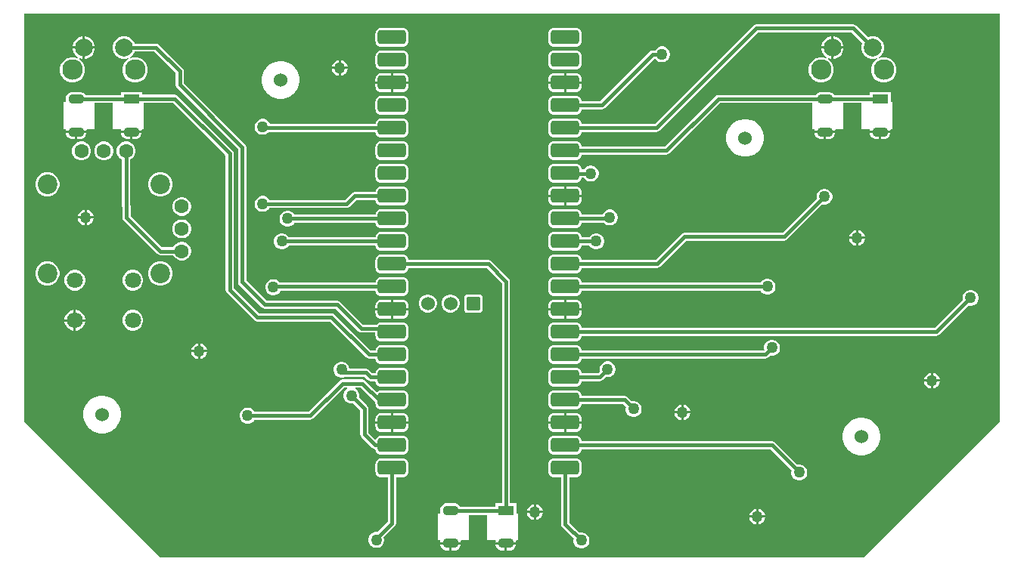
<source format=gbl>
G04*
G04 #@! TF.GenerationSoftware,Altium Limited,CircuitMaker,2.2.1 (2.2.1.6)*
G04*
G04 Layer_Physical_Order=2*
G04 Layer_Color=11436288*
%FSLAX25Y25*%
%MOIN*%
G70*
G04*
G04 #@! TF.SameCoordinates,AAD4B4F7-D1E0-42C2-89CD-4A0885FF1A0E*
G04*
G04*
G04 #@! TF.FilePolarity,Positive*
G04*
G01*
G75*
%ADD12C,0.01000*%
%ADD26R,0.07087X0.04331*%
%ADD27O,0.07087X0.04331*%
%ADD28C,0.01500*%
%ADD29C,0.06000*%
%ADD30C,0.07874*%
%ADD31C,0.09055*%
%ADD32C,0.08661*%
%ADD33C,0.07087*%
%ADD34C,0.06299*%
%ADD35C,0.05000*%
G04:AMPARAMS|DCode=36|XSize=60mil|YSize=60mil|CornerRadius=4.5mil|HoleSize=0mil|Usage=FLASHONLY|Rotation=180.000|XOffset=0mil|YOffset=0mil|HoleType=Round|Shape=RoundedRectangle|*
%AMROUNDEDRECTD36*
21,1,0.06000,0.05100,0,0,180.0*
21,1,0.05100,0.06000,0,0,180.0*
1,1,0.00900,-0.02550,0.02550*
1,1,0.00900,0.02550,0.02550*
1,1,0.00900,0.02550,-0.02550*
1,1,0.00900,-0.02550,-0.02550*
%
%ADD36ROUNDEDRECTD36*%
G04:AMPARAMS|DCode=37|XSize=125.98mil|YSize=62.99mil|CornerRadius=15.75mil|HoleSize=0mil|Usage=FLASHONLY|Rotation=180.000|XOffset=0mil|YOffset=0mil|HoleType=Round|Shape=RoundedRectangle|*
%AMROUNDEDRECTD37*
21,1,0.12598,0.03150,0,0,180.0*
21,1,0.09449,0.06299,0,0,180.0*
1,1,0.03150,-0.04724,0.01575*
1,1,0.03150,0.04724,0.01575*
1,1,0.03150,0.04724,-0.01575*
1,1,0.03150,-0.04724,-0.01575*
%
%ADD37ROUNDEDRECTD37*%
G36*
X445000Y115000D02*
X390000Y60000D01*
X385000Y55000D01*
X75000D01*
X15000Y115000D01*
Y295000D01*
X445000D01*
Y115000D01*
D02*
G37*
%LPC*%
G36*
X41792Y284937D02*
X41642D01*
Y280500D01*
X46079D01*
Y280650D01*
X45742Y281906D01*
X45092Y283031D01*
X44173Y283951D01*
X43047Y284601D01*
X41792Y284937D01*
D02*
G37*
G36*
X371792D02*
X371642D01*
Y280500D01*
X376079D01*
Y280650D01*
X375742Y281906D01*
X375092Y283031D01*
X374173Y283951D01*
X373047Y284601D01*
X371792Y284937D01*
D02*
G37*
G36*
X370642D02*
X370492D01*
X369236Y284601D01*
X368110Y283951D01*
X367191Y283031D01*
X366541Y281906D01*
X366205Y280650D01*
Y280500D01*
X370642D01*
Y284937D01*
D02*
G37*
G36*
X40642D02*
X40492D01*
X39236Y284601D01*
X38110Y283951D01*
X37191Y283031D01*
X36541Y281906D01*
X36205Y280650D01*
Y280500D01*
X40642D01*
Y284937D01*
D02*
G37*
G36*
X258024Y288672D02*
X248575D01*
X247903Y288583D01*
X247276Y288324D01*
X246738Y287911D01*
X246326Y287373D01*
X246066Y286747D01*
X245978Y286075D01*
Y282925D01*
X246066Y282253D01*
X246326Y281627D01*
X246738Y281089D01*
X247276Y280676D01*
X247903Y280417D01*
X248575Y280328D01*
X258024D01*
X258696Y280417D01*
X259322Y280676D01*
X259860Y281089D01*
X260273Y281627D01*
X260532Y282253D01*
X260621Y282925D01*
Y286075D01*
X260532Y286747D01*
X260273Y287373D01*
X259860Y287911D01*
X259322Y288324D01*
X258696Y288583D01*
X258024Y288672D01*
D02*
G37*
G36*
X181724D02*
X172276D01*
X171603Y288583D01*
X170977Y288324D01*
X170439Y287911D01*
X170027Y287373D01*
X169767Y286747D01*
X169679Y286075D01*
Y282925D01*
X169767Y282253D01*
X170027Y281627D01*
X170439Y281089D01*
X170977Y280676D01*
X171603Y280417D01*
X172276Y280328D01*
X181724D01*
X182397Y280417D01*
X183023Y280676D01*
X183561Y281089D01*
X183974Y281627D01*
X184233Y282253D01*
X184321Y282925D01*
Y286075D01*
X184233Y286747D01*
X183974Y287373D01*
X183561Y287911D01*
X183023Y288324D01*
X182397Y288583D01*
X181724Y288672D01*
D02*
G37*
G36*
X296461Y280500D02*
X295539D01*
X294649Y280261D01*
X293851Y279801D01*
X293199Y279149D01*
X292989Y278784D01*
X292000D01*
X292000Y278784D01*
X291317Y278648D01*
X290738Y278262D01*
X290738Y278262D01*
X268761Y256284D01*
X260593D01*
X260532Y256747D01*
X260273Y257373D01*
X259860Y257911D01*
X259322Y258324D01*
X258696Y258583D01*
X258024Y258672D01*
X248575D01*
X247903Y258583D01*
X247276Y258324D01*
X246738Y257911D01*
X246326Y257373D01*
X246066Y256747D01*
X245978Y256075D01*
Y252925D01*
X246066Y252253D01*
X246326Y251627D01*
X246738Y251089D01*
X247276Y250676D01*
X247903Y250417D01*
X248575Y250328D01*
X258024D01*
X258696Y250417D01*
X259322Y250676D01*
X259860Y251089D01*
X260273Y251627D01*
X260532Y252253D01*
X260593Y252716D01*
X269500D01*
X270183Y252852D01*
X270762Y253238D01*
X292548Y275025D01*
X293134Y274963D01*
X293199Y274851D01*
X293851Y274199D01*
X294649Y273739D01*
X295539Y273500D01*
X296461D01*
X297351Y273739D01*
X298149Y274199D01*
X298801Y274851D01*
X299261Y275649D01*
X299500Y276539D01*
Y277461D01*
X299261Y278351D01*
X298801Y279149D01*
X298149Y279801D01*
X297351Y280261D01*
X296461Y280500D01*
D02*
G37*
G36*
X370642Y279500D02*
X366205D01*
Y279350D01*
X366541Y278094D01*
X367191Y276969D01*
X368110Y276049D01*
X368573Y275782D01*
X368334Y275348D01*
X366929Y275724D01*
X365473D01*
X364067Y275348D01*
X362807Y274620D01*
X361778Y273591D01*
X361050Y272330D01*
X360673Y270925D01*
Y269469D01*
X361050Y268063D01*
X361778Y266803D01*
X362807Y265774D01*
X364067Y265046D01*
X365473Y264669D01*
X366929D01*
X368334Y265046D01*
X369595Y265774D01*
X370624Y266803D01*
X371352Y268063D01*
X371728Y269469D01*
Y270925D01*
X371352Y272330D01*
X370624Y273591D01*
X369595Y274620D01*
X368997Y274965D01*
X369236Y275399D01*
X370492Y275063D01*
X370642D01*
Y279500D01*
D02*
G37*
G36*
X40642D02*
X36205D01*
Y279350D01*
X36541Y278094D01*
X37191Y276969D01*
X38110Y276049D01*
X38573Y275782D01*
X38334Y275348D01*
X36928Y275724D01*
X35473D01*
X34067Y275348D01*
X32807Y274620D01*
X31778Y273591D01*
X31050Y272330D01*
X30673Y270925D01*
Y269469D01*
X31050Y268063D01*
X31778Y266803D01*
X32807Y265774D01*
X34067Y265046D01*
X35473Y264669D01*
X36928D01*
X38334Y265046D01*
X39595Y265774D01*
X40624Y266803D01*
X41352Y268063D01*
X41728Y269469D01*
Y270925D01*
X41352Y272330D01*
X40624Y273591D01*
X39595Y274620D01*
X38997Y274965D01*
X39236Y275399D01*
X40492Y275063D01*
X40642D01*
Y279500D01*
D02*
G37*
G36*
X376079D02*
X371642D01*
Y275063D01*
X371792D01*
X373047Y275399D01*
X374173Y276049D01*
X375092Y276969D01*
X375742Y278094D01*
X376079Y279350D01*
Y279500D01*
D02*
G37*
G36*
X46079D02*
X41642D01*
Y275063D01*
X41792D01*
X43047Y275399D01*
X44173Y276049D01*
X45092Y276969D01*
X45742Y278094D01*
X46079Y279350D01*
Y279500D01*
D02*
G37*
G36*
X154500Y274489D02*
Y271500D01*
X157490D01*
X157262Y272351D01*
X156801Y273149D01*
X156149Y273801D01*
X155351Y274261D01*
X154500Y274489D01*
D02*
G37*
G36*
X153500D02*
X152649Y274261D01*
X151851Y273801D01*
X151199Y273149D01*
X150739Y272351D01*
X150511Y271500D01*
X153500D01*
Y274489D01*
D02*
G37*
G36*
X258024Y278672D02*
X248575D01*
X247903Y278583D01*
X247276Y278324D01*
X246738Y277911D01*
X246326Y277373D01*
X246066Y276747D01*
X245978Y276075D01*
Y272925D01*
X246066Y272253D01*
X246326Y271627D01*
X246738Y271089D01*
X247276Y270676D01*
X247903Y270417D01*
X248575Y270328D01*
X258024D01*
X258696Y270417D01*
X259322Y270676D01*
X259860Y271089D01*
X260273Y271627D01*
X260532Y272253D01*
X260621Y272925D01*
Y276075D01*
X260532Y276747D01*
X260273Y277373D01*
X259860Y277911D01*
X259322Y278324D01*
X258696Y278583D01*
X258024Y278672D01*
D02*
G37*
G36*
X181724D02*
X172276D01*
X171603Y278583D01*
X170977Y278324D01*
X170439Y277911D01*
X170027Y277373D01*
X169767Y276747D01*
X169679Y276075D01*
Y272925D01*
X169767Y272253D01*
X170027Y271627D01*
X170439Y271089D01*
X170977Y270676D01*
X171603Y270417D01*
X172276Y270328D01*
X181724D01*
X182397Y270417D01*
X183023Y270676D01*
X183561Y271089D01*
X183974Y271627D01*
X184233Y272253D01*
X184321Y272925D01*
Y276075D01*
X184233Y276747D01*
X183974Y277373D01*
X183561Y277911D01*
X183023Y278324D01*
X182397Y278583D01*
X181724Y278672D01*
D02*
G37*
G36*
X157490Y270500D02*
X154500D01*
Y267511D01*
X155351Y267739D01*
X156149Y268199D01*
X156801Y268851D01*
X157262Y269649D01*
X157490Y270500D01*
D02*
G37*
G36*
X153500D02*
X150511D01*
X150739Y269649D01*
X151199Y268851D01*
X151851Y268199D01*
X152649Y267739D01*
X153500Y267511D01*
Y270500D01*
D02*
G37*
G36*
X181724Y268672D02*
X177500D01*
Y265000D01*
X184321D01*
Y266075D01*
X184233Y266747D01*
X183974Y267373D01*
X183561Y267911D01*
X183023Y268324D01*
X182397Y268583D01*
X181724Y268672D01*
D02*
G37*
G36*
X258024D02*
X253799D01*
Y265000D01*
X260621D01*
Y266075D01*
X260532Y266747D01*
X260273Y267373D01*
X259860Y267911D01*
X259322Y268324D01*
X258696Y268583D01*
X258024Y268672D01*
D02*
G37*
G36*
X252799D02*
X248575D01*
X247903Y268583D01*
X247276Y268324D01*
X246738Y267911D01*
X246326Y267373D01*
X246066Y266747D01*
X245978Y266075D01*
Y265000D01*
X252799D01*
Y268672D01*
D02*
G37*
G36*
X176500D02*
X172276D01*
X171603Y268583D01*
X170977Y268324D01*
X170439Y267911D01*
X170027Y267373D01*
X169767Y266747D01*
X169679Y266075D01*
Y265000D01*
X176500D01*
Y268672D01*
D02*
G37*
G36*
X337500Y290284D02*
X336817Y290148D01*
X336238Y289762D01*
X336238Y289762D01*
X292761Y246284D01*
X260593D01*
X260532Y246747D01*
X260273Y247373D01*
X259860Y247911D01*
X259322Y248324D01*
X258696Y248583D01*
X258024Y248672D01*
X248575D01*
X247903Y248583D01*
X247276Y248324D01*
X246738Y247911D01*
X246326Y247373D01*
X246066Y246747D01*
X245978Y246075D01*
Y242925D01*
X246066Y242253D01*
X246326Y241627D01*
X246738Y241089D01*
X247276Y240676D01*
X247903Y240417D01*
X248575Y240328D01*
X258024D01*
X258696Y240417D01*
X259322Y240676D01*
X259860Y241089D01*
X260273Y241627D01*
X260532Y242253D01*
X260593Y242716D01*
X293500D01*
X294183Y242851D01*
X294762Y243238D01*
X338239Y286716D01*
X379619D01*
X384320Y282014D01*
X384258Y281906D01*
X383921Y280650D01*
Y279350D01*
X384258Y278094D01*
X384908Y276969D01*
X385827Y276049D01*
X386953Y275399D01*
X388208Y275063D01*
X389508D01*
X390764Y275399D01*
X391003Y274965D01*
X390405Y274620D01*
X389376Y273591D01*
X388648Y272330D01*
X388272Y270925D01*
Y269469D01*
X388648Y268063D01*
X389376Y266803D01*
X390405Y265774D01*
X391666Y265046D01*
X393072Y264669D01*
X394527D01*
X395933Y265046D01*
X397193Y265774D01*
X398222Y266803D01*
X398950Y268063D01*
X399327Y269469D01*
Y270925D01*
X398950Y272330D01*
X398222Y273591D01*
X397193Y274620D01*
X395933Y275348D01*
X394527Y275724D01*
X393072D01*
X391666Y275348D01*
X391427Y275782D01*
X391890Y276049D01*
X392809Y276969D01*
X393459Y278094D01*
X393795Y279350D01*
Y280650D01*
X393459Y281906D01*
X392809Y283031D01*
X391890Y283951D01*
X390764Y284601D01*
X389508Y284937D01*
X388208D01*
X386953Y284601D01*
X386844Y284538D01*
X381620Y289762D01*
X381041Y290148D01*
X380358Y290284D01*
X337500D01*
X337500Y290284D01*
D02*
G37*
G36*
X260621Y264000D02*
X253799D01*
Y260328D01*
X258024D01*
X258696Y260417D01*
X259322Y260676D01*
X259860Y261089D01*
X260273Y261627D01*
X260532Y262253D01*
X260621Y262925D01*
Y264000D01*
D02*
G37*
G36*
X252799D02*
X245978D01*
Y262925D01*
X246066Y262253D01*
X246326Y261627D01*
X246738Y261089D01*
X247276Y260676D01*
X247903Y260417D01*
X248575Y260328D01*
X252799D01*
Y264000D01*
D02*
G37*
G36*
X184321D02*
X177500D01*
Y260328D01*
X181724D01*
X182397Y260417D01*
X183023Y260676D01*
X183561Y261089D01*
X183974Y261627D01*
X184233Y262253D01*
X184321Y262925D01*
Y264000D01*
D02*
G37*
G36*
X176500D02*
X169679D01*
Y262925D01*
X169767Y262253D01*
X170027Y261627D01*
X170439Y261089D01*
X170977Y260676D01*
X171603Y260417D01*
X172276Y260328D01*
X176500D01*
Y264000D01*
D02*
G37*
G36*
X128769Y274031D02*
X127137D01*
X125537Y273713D01*
X124029Y273089D01*
X122672Y272182D01*
X121519Y271028D01*
X120612Y269672D01*
X119988Y268164D01*
X119669Y266564D01*
Y264932D01*
X119988Y263332D01*
X120612Y261824D01*
X121519Y260468D01*
X122672Y259314D01*
X124029Y258407D01*
X125537Y257783D01*
X127137Y257465D01*
X128769D01*
X130369Y257783D01*
X131876Y258407D01*
X133233Y259314D01*
X134387Y260468D01*
X135293Y261824D01*
X135918Y263332D01*
X136236Y264932D01*
Y266564D01*
X135918Y268164D01*
X135293Y269672D01*
X134387Y271028D01*
X133233Y272182D01*
X131876Y273089D01*
X130369Y273713D01*
X128769Y274031D01*
D02*
G37*
G36*
X181724Y258672D02*
X172276D01*
X171603Y258583D01*
X170977Y258324D01*
X170439Y257911D01*
X170027Y257373D01*
X169767Y256747D01*
X169679Y256075D01*
Y252925D01*
X169767Y252253D01*
X170027Y251627D01*
X170439Y251089D01*
X170977Y250676D01*
X171603Y250417D01*
X172276Y250328D01*
X181724D01*
X182397Y250417D01*
X183023Y250676D01*
X183561Y251089D01*
X183974Y251627D01*
X184233Y252253D01*
X184321Y252925D01*
Y256075D01*
X184233Y256747D01*
X183974Y257373D01*
X183561Y257911D01*
X183023Y258324D01*
X182397Y258583D01*
X181724Y258672D01*
D02*
G37*
G36*
Y248672D02*
X172276D01*
X171603Y248583D01*
X170977Y248324D01*
X170439Y247911D01*
X170027Y247373D01*
X169767Y246747D01*
X169706Y246284D01*
X123279D01*
X123261Y246351D01*
X122801Y247149D01*
X122149Y247801D01*
X121351Y248261D01*
X120461Y248500D01*
X119539D01*
X118649Y248261D01*
X117851Y247801D01*
X117199Y247149D01*
X116738Y246351D01*
X116500Y245461D01*
Y244539D01*
X116738Y243649D01*
X117199Y242851D01*
X117851Y242199D01*
X118649Y241739D01*
X119539Y241500D01*
X120461D01*
X121351Y241739D01*
X122149Y242199D01*
X122666Y242716D01*
X169706D01*
X169767Y242253D01*
X170027Y241627D01*
X170439Y241089D01*
X170977Y240676D01*
X171603Y240417D01*
X172276Y240328D01*
X181724D01*
X182397Y240417D01*
X183023Y240676D01*
X183561Y241089D01*
X183974Y241627D01*
X184233Y242253D01*
X184321Y242925D01*
Y246075D01*
X184233Y246747D01*
X183974Y247373D01*
X183561Y247911D01*
X183023Y248324D01*
X182397Y248583D01*
X181724Y248672D01*
D02*
G37*
G36*
X369173Y260476D02*
X366417D01*
X365591Y260367D01*
X364821Y260048D01*
X364160Y259541D01*
X363797Y259068D01*
X320783D01*
X320101Y258932D01*
X319522Y258545D01*
X319522Y258545D01*
X297261Y236284D01*
X260593D01*
X260532Y236747D01*
X260273Y237373D01*
X259860Y237911D01*
X259322Y238324D01*
X258696Y238583D01*
X258024Y238672D01*
X248575D01*
X247903Y238583D01*
X247276Y238324D01*
X246738Y237911D01*
X246326Y237373D01*
X246066Y236747D01*
X245978Y236075D01*
Y232925D01*
X246066Y232253D01*
X246326Y231627D01*
X246738Y231089D01*
X247276Y230676D01*
X247903Y230417D01*
X248575Y230328D01*
X258024D01*
X258696Y230417D01*
X259322Y230676D01*
X259860Y231089D01*
X260273Y231627D01*
X260532Y232253D01*
X260593Y232716D01*
X298000D01*
X298683Y232852D01*
X299262Y233238D01*
X321522Y255499D01*
X362283D01*
Y244094D01*
X363112D01*
X363390Y243679D01*
X363333Y243543D01*
X363291Y243216D01*
X367795D01*
X372300D01*
X372257Y243543D01*
X372201Y243679D01*
X372479Y244094D01*
X376063D01*
Y255499D01*
X383937D01*
Y244094D01*
X387521D01*
X387799Y243679D01*
X387743Y243543D01*
X387700Y243216D01*
X392205D01*
X396709D01*
X396667Y243543D01*
X396610Y243679D01*
X396888Y244094D01*
X397716D01*
Y255906D01*
X396748D01*
Y260449D01*
X387661D01*
Y259068D01*
X371794D01*
X371431Y259541D01*
X370770Y260048D01*
X370000Y260367D01*
X369173Y260476D01*
D02*
G37*
G36*
X396709Y242216D02*
X392705D01*
Y239524D01*
X393583D01*
X394409Y239633D01*
X395179Y239952D01*
X395840Y240459D01*
X396348Y241120D01*
X396667Y241890D01*
X396709Y242216D01*
D02*
G37*
G36*
X391705D02*
X387700D01*
X387743Y241890D01*
X388062Y241120D01*
X388569Y240459D01*
X389230Y239952D01*
X390001Y239633D01*
X390827Y239524D01*
X391705D01*
Y242216D01*
D02*
G37*
G36*
X372300D02*
X368295D01*
Y239524D01*
X369173D01*
X370000Y239633D01*
X370770Y239952D01*
X371431Y240459D01*
X371938Y241120D01*
X372257Y241890D01*
X372300Y242216D01*
D02*
G37*
G36*
X367295D02*
X363291D01*
X363333Y241890D01*
X363652Y241120D01*
X364160Y240459D01*
X364821Y239952D01*
X365591Y239633D01*
X366417Y239524D01*
X367295D01*
Y242216D01*
D02*
G37*
G36*
X66710D02*
X62705D01*
Y239524D01*
X63583D01*
X64409Y239633D01*
X65179Y239952D01*
X65840Y240459D01*
X66348Y241120D01*
X66667Y241890D01*
X66710Y242216D01*
D02*
G37*
G36*
X61705D02*
X57700D01*
X57743Y241890D01*
X58062Y241120D01*
X58569Y240459D01*
X59230Y239952D01*
X60000Y239633D01*
X60827Y239524D01*
X61705D01*
Y242216D01*
D02*
G37*
G36*
X42300D02*
X38295D01*
Y239524D01*
X39173D01*
X39999Y239633D01*
X40769Y239952D01*
X41431Y240459D01*
X41938Y241120D01*
X42257Y241890D01*
X42300Y242216D01*
D02*
G37*
G36*
X37295D02*
X33290D01*
X33333Y241890D01*
X33652Y241120D01*
X34160Y240459D01*
X34821Y239952D01*
X35591Y239633D01*
X36417Y239524D01*
X37295D01*
Y242216D01*
D02*
G37*
G36*
X333493Y248441D02*
X331861D01*
X330261Y248123D01*
X328753Y247498D01*
X327397Y246592D01*
X326243Y245438D01*
X325337Y244081D01*
X324712Y242574D01*
X324394Y240973D01*
Y239342D01*
X324712Y237741D01*
X325337Y236234D01*
X326243Y234877D01*
X327397Y233723D01*
X328753Y232817D01*
X330261Y232192D01*
X331861Y231874D01*
X333493D01*
X335093Y232192D01*
X336601Y232817D01*
X337958Y233723D01*
X339111Y234877D01*
X340018Y236234D01*
X340642Y237741D01*
X340961Y239342D01*
Y240973D01*
X340642Y242574D01*
X340018Y244081D01*
X339111Y245438D01*
X337958Y246592D01*
X336601Y247498D01*
X335093Y248123D01*
X333493Y248441D01*
D02*
G37*
G36*
X181724Y238672D02*
X172276D01*
X171603Y238583D01*
X170977Y238324D01*
X170439Y237911D01*
X170027Y237373D01*
X169767Y236747D01*
X169679Y236075D01*
Y232925D01*
X169767Y232253D01*
X170027Y231627D01*
X170439Y231089D01*
X170977Y230676D01*
X171603Y230417D01*
X172276Y230328D01*
X181724D01*
X182397Y230417D01*
X183023Y230676D01*
X183561Y231089D01*
X183974Y231627D01*
X184233Y232253D01*
X184321Y232925D01*
Y236075D01*
X184233Y236747D01*
X183974Y237373D01*
X183561Y237911D01*
X183023Y238324D01*
X182397Y238583D01*
X181724Y238672D01*
D02*
G37*
G36*
X50546Y238520D02*
X49454D01*
X48398Y238237D01*
X47452Y237691D01*
X46679Y236918D01*
X46133Y235972D01*
X45850Y234916D01*
Y233824D01*
X46133Y232768D01*
X46679Y231822D01*
X47452Y231050D01*
X48398Y230503D01*
X49454Y230221D01*
X50546D01*
X51602Y230503D01*
X52548Y231050D01*
X53320Y231822D01*
X53867Y232768D01*
X54150Y233824D01*
Y234916D01*
X53867Y235972D01*
X53320Y236918D01*
X52548Y237691D01*
X51602Y238237D01*
X50546Y238520D01*
D02*
G37*
G36*
X40704D02*
X39611D01*
X38556Y238237D01*
X37610Y237691D01*
X36837Y236918D01*
X36291Y235972D01*
X36008Y234916D01*
Y233824D01*
X36291Y232768D01*
X36837Y231822D01*
X37610Y231050D01*
X38556Y230503D01*
X39611Y230221D01*
X40704D01*
X41759Y230503D01*
X42705Y231050D01*
X43478Y231822D01*
X44024Y232768D01*
X44307Y233824D01*
Y234916D01*
X44024Y235972D01*
X43478Y236918D01*
X42705Y237691D01*
X41759Y238237D01*
X40704Y238520D01*
D02*
G37*
G36*
X258024Y228672D02*
X248575D01*
X247903Y228583D01*
X247276Y228324D01*
X246738Y227911D01*
X246326Y227373D01*
X246066Y226747D01*
X245978Y226075D01*
Y222925D01*
X246066Y222253D01*
X246326Y221627D01*
X246738Y221089D01*
X247276Y220676D01*
X247903Y220417D01*
X248575Y220328D01*
X258024D01*
X258696Y220417D01*
X259322Y220676D01*
X259860Y221089D01*
X260273Y221627D01*
X260532Y222253D01*
X260578Y222601D01*
X261577D01*
X261788Y222236D01*
X262439Y221585D01*
X263237Y221124D01*
X264128Y220885D01*
X265049D01*
X265939Y221124D01*
X266737Y221585D01*
X267389Y222236D01*
X267850Y223034D01*
X268088Y223924D01*
Y224846D01*
X267850Y225736D01*
X267389Y226534D01*
X266737Y227186D01*
X265939Y227647D01*
X265049Y227885D01*
X264128D01*
X263237Y227647D01*
X262439Y227186D01*
X261788Y226534D01*
X261577Y226170D01*
X260608D01*
X260532Y226747D01*
X260273Y227373D01*
X259860Y227911D01*
X259322Y228324D01*
X258696Y228583D01*
X258024Y228672D01*
D02*
G37*
G36*
X181724D02*
X172276D01*
X171603Y228583D01*
X170977Y228324D01*
X170439Y227911D01*
X170027Y227373D01*
X169767Y226747D01*
X169679Y226075D01*
Y222925D01*
X169767Y222253D01*
X170027Y221627D01*
X170439Y221089D01*
X170977Y220676D01*
X171603Y220417D01*
X172276Y220328D01*
X181724D01*
X182397Y220417D01*
X183023Y220676D01*
X183561Y221089D01*
X183974Y221627D01*
X184233Y222253D01*
X184321Y222925D01*
Y226075D01*
X184233Y226747D01*
X183974Y227373D01*
X183561Y227911D01*
X183023Y228324D01*
X182397Y228583D01*
X181724Y228672D01*
D02*
G37*
G36*
Y218672D02*
X172276D01*
X171603Y218583D01*
X170977Y218324D01*
X170439Y217911D01*
X170027Y217373D01*
X169767Y216747D01*
X169706Y216284D01*
X160500D01*
X160500Y216284D01*
X159817Y216148D01*
X159238Y215762D01*
X159238Y215762D01*
X156261Y212784D01*
X123011D01*
X122801Y213149D01*
X122149Y213801D01*
X121351Y214262D01*
X120461Y214500D01*
X119539D01*
X118649Y214262D01*
X117851Y213801D01*
X117199Y213149D01*
X116738Y212351D01*
X116500Y211461D01*
Y210539D01*
X116738Y209649D01*
X117199Y208851D01*
X117851Y208199D01*
X118649Y207738D01*
X119539Y207500D01*
X120461D01*
X121351Y207738D01*
X122149Y208199D01*
X122801Y208851D01*
X123011Y209216D01*
X157000D01*
X157683Y209351D01*
X158262Y209738D01*
X161239Y212716D01*
X169706D01*
X169767Y212253D01*
X170027Y211627D01*
X170439Y211089D01*
X170977Y210676D01*
X171603Y210417D01*
X172276Y210328D01*
X181724D01*
X182397Y210417D01*
X183023Y210676D01*
X183561Y211089D01*
X183974Y211627D01*
X184233Y212253D01*
X184321Y212925D01*
Y216075D01*
X184233Y216747D01*
X183974Y217373D01*
X183561Y217911D01*
X183023Y218324D01*
X182397Y218583D01*
X181724Y218672D01*
D02*
G37*
G36*
X258024D02*
X253799D01*
Y215000D01*
X260621D01*
Y216075D01*
X260532Y216747D01*
X260273Y217373D01*
X259860Y217911D01*
X259322Y218324D01*
X258696Y218583D01*
X258024Y218672D01*
D02*
G37*
G36*
X252799D02*
X248575D01*
X247903Y218583D01*
X247276Y218324D01*
X246738Y217911D01*
X246326Y217373D01*
X246066Y216747D01*
X245978Y216075D01*
Y215000D01*
X252799D01*
Y218672D01*
D02*
G37*
G36*
X75603Y225016D02*
X74200D01*
X72844Y224653D01*
X71628Y223951D01*
X70636Y222958D01*
X69934Y221743D01*
X69571Y220387D01*
Y218983D01*
X69934Y217628D01*
X70636Y216412D01*
X71628Y215419D01*
X72844Y214718D01*
X74200Y214354D01*
X75603D01*
X76959Y214718D01*
X78175Y215419D01*
X79167Y216412D01*
X79869Y217628D01*
X80232Y218983D01*
Y220387D01*
X79869Y221743D01*
X79167Y222958D01*
X78175Y223951D01*
X76959Y224653D01*
X75603Y225016D01*
D02*
G37*
G36*
X25800D02*
X24397D01*
X23041Y224653D01*
X21825Y223951D01*
X20833Y222958D01*
X20131Y221743D01*
X19768Y220387D01*
Y218983D01*
X20131Y217628D01*
X20833Y216412D01*
X21825Y215419D01*
X23041Y214718D01*
X24397Y214354D01*
X25800D01*
X27156Y214718D01*
X28372Y215419D01*
X29364Y216412D01*
X30066Y217628D01*
X30429Y218983D01*
Y220387D01*
X30066Y221743D01*
X29364Y222958D01*
X28372Y223951D01*
X27156Y224653D01*
X25800Y225016D01*
D02*
G37*
G36*
X368048Y217734D02*
X367126D01*
X366236Y217495D01*
X365438Y217035D01*
X364787Y216383D01*
X364326Y215585D01*
X364087Y214695D01*
Y213773D01*
X364196Y213366D01*
X349114Y198284D01*
X306000D01*
X305317Y198149D01*
X304738Y197762D01*
X304738Y197762D01*
X293261Y186284D01*
X260593D01*
X260532Y186747D01*
X260273Y187373D01*
X259860Y187911D01*
X259322Y188324D01*
X258696Y188583D01*
X258024Y188672D01*
X248575D01*
X247903Y188583D01*
X247276Y188324D01*
X246738Y187911D01*
X246326Y187373D01*
X246066Y186747D01*
X245978Y186075D01*
Y182925D01*
X246066Y182253D01*
X246326Y181627D01*
X246738Y181089D01*
X247276Y180676D01*
X247903Y180417D01*
X248575Y180328D01*
X258024D01*
X258696Y180417D01*
X259322Y180676D01*
X259860Y181089D01*
X260273Y181627D01*
X260532Y182253D01*
X260593Y182716D01*
X294000D01*
X294683Y182852D01*
X295262Y183238D01*
X306739Y194716D01*
X349853D01*
X350536Y194852D01*
X351115Y195238D01*
X366720Y210843D01*
X367126Y210734D01*
X368048D01*
X368938Y210972D01*
X369736Y211433D01*
X370388Y212085D01*
X370849Y212883D01*
X371087Y213773D01*
Y214695D01*
X370849Y215585D01*
X370388Y216383D01*
X369736Y217035D01*
X368938Y217495D01*
X368048Y217734D01*
D02*
G37*
G36*
X260621Y214000D02*
X253799D01*
Y210328D01*
X258024D01*
X258696Y210417D01*
X259322Y210676D01*
X259860Y211089D01*
X260273Y211627D01*
X260532Y212253D01*
X260621Y212925D01*
Y214000D01*
D02*
G37*
G36*
X252799D02*
X245978D01*
Y212925D01*
X246066Y212253D01*
X246326Y211627D01*
X246738Y211089D01*
X247276Y210676D01*
X247903Y210417D01*
X248575Y210328D01*
X252799D01*
Y214000D01*
D02*
G37*
G36*
X181724Y208672D02*
X172276D01*
X171603Y208583D01*
X170977Y208324D01*
X170439Y207911D01*
X170027Y207373D01*
X169767Y206747D01*
X169706Y206284D01*
X134011D01*
X133801Y206649D01*
X133149Y207301D01*
X132351Y207762D01*
X131461Y208000D01*
X130539D01*
X129649Y207762D01*
X128851Y207301D01*
X128199Y206649D01*
X127738Y205851D01*
X127500Y204961D01*
Y204039D01*
X127738Y203149D01*
X128199Y202351D01*
X128851Y201699D01*
X129649Y201238D01*
X130539Y201000D01*
X131461D01*
X132351Y201238D01*
X133149Y201699D01*
X133801Y202351D01*
X134011Y202716D01*
X169706D01*
X169767Y202253D01*
X170027Y201627D01*
X170439Y201089D01*
X170977Y200676D01*
X171603Y200417D01*
X172276Y200328D01*
X181724D01*
X182397Y200417D01*
X183023Y200676D01*
X183561Y201089D01*
X183974Y201627D01*
X184233Y202253D01*
X184321Y202925D01*
Y206075D01*
X184233Y206747D01*
X183974Y207373D01*
X183561Y207911D01*
X183023Y208324D01*
X182397Y208583D01*
X181724Y208672D01*
D02*
G37*
G36*
X84916Y213992D02*
X83824D01*
X82768Y213709D01*
X81822Y213163D01*
X81050Y212390D01*
X80503Y211444D01*
X80221Y210389D01*
Y209296D01*
X80503Y208241D01*
X81050Y207295D01*
X81822Y206522D01*
X82768Y205976D01*
X83824Y205693D01*
X84916D01*
X85972Y205976D01*
X86918Y206522D01*
X87691Y207295D01*
X88237Y208241D01*
X88520Y209296D01*
Y210389D01*
X88237Y211444D01*
X87691Y212390D01*
X86918Y213163D01*
X85972Y213709D01*
X84916Y213992D01*
D02*
G37*
G36*
X42500Y208489D02*
Y205500D01*
X45489D01*
X45261Y206351D01*
X44801Y207149D01*
X44149Y207801D01*
X43351Y208261D01*
X42500Y208489D01*
D02*
G37*
G36*
X41500D02*
X40649Y208261D01*
X39851Y207801D01*
X39199Y207149D01*
X38739Y206351D01*
X38511Y205500D01*
X41500D01*
Y208489D01*
D02*
G37*
G36*
X45489Y204500D02*
X42500D01*
Y201511D01*
X43351Y201739D01*
X44149Y202199D01*
X44801Y202851D01*
X45261Y203649D01*
X45489Y204500D01*
D02*
G37*
G36*
X41500D02*
X38511D01*
X38739Y203649D01*
X39199Y202851D01*
X39851Y202199D01*
X40649Y201739D01*
X41500Y201511D01*
Y204500D01*
D02*
G37*
G36*
X258024Y208672D02*
X248575D01*
X247903Y208583D01*
X247276Y208324D01*
X246738Y207911D01*
X246326Y207373D01*
X246066Y206747D01*
X245978Y206075D01*
Y202925D01*
X246066Y202253D01*
X246326Y201627D01*
X246738Y201089D01*
X247276Y200676D01*
X247903Y200417D01*
X248575Y200328D01*
X258024D01*
X258696Y200417D01*
X259322Y200676D01*
X259860Y201089D01*
X260273Y201627D01*
X260532Y202253D01*
X260593Y202716D01*
X270335D01*
X270851Y202199D01*
X271649Y201739D01*
X272539Y201500D01*
X273461D01*
X274351Y201739D01*
X275149Y202199D01*
X275801Y202851D01*
X276261Y203649D01*
X276500Y204539D01*
Y205461D01*
X276261Y206351D01*
X275801Y207149D01*
X275149Y207801D01*
X274351Y208261D01*
X273461Y208500D01*
X272539D01*
X271649Y208261D01*
X270851Y207801D01*
X270199Y207149D01*
X269739Y206351D01*
X269721Y206284D01*
X260593D01*
X260532Y206747D01*
X260273Y207373D01*
X259860Y207911D01*
X259322Y208324D01*
X258696Y208583D01*
X258024Y208672D01*
D02*
G37*
G36*
X382500Y199489D02*
Y196500D01*
X385490D01*
X385262Y197351D01*
X384801Y198149D01*
X384149Y198801D01*
X383351Y199261D01*
X382500Y199489D01*
D02*
G37*
G36*
X381500D02*
X380649Y199261D01*
X379851Y198801D01*
X379199Y198149D01*
X378738Y197351D01*
X378510Y196500D01*
X381500D01*
Y199489D01*
D02*
G37*
G36*
X181724Y198672D02*
X172276D01*
X171603Y198583D01*
X170977Y198324D01*
X170439Y197911D01*
X170027Y197373D01*
X169767Y196747D01*
X169706Y196284D01*
X131511D01*
X131301Y196649D01*
X130649Y197301D01*
X129851Y197761D01*
X128961Y198000D01*
X128039D01*
X127149Y197761D01*
X126351Y197301D01*
X125699Y196649D01*
X125239Y195851D01*
X125000Y194961D01*
Y194039D01*
X125239Y193149D01*
X125699Y192351D01*
X126351Y191699D01*
X127149Y191238D01*
X128039Y191000D01*
X128961D01*
X129851Y191238D01*
X130649Y191699D01*
X131301Y192351D01*
X131511Y192716D01*
X169706D01*
X169767Y192253D01*
X170027Y191627D01*
X170439Y191089D01*
X170977Y190676D01*
X171603Y190417D01*
X172276Y190328D01*
X181724D01*
X182397Y190417D01*
X183023Y190676D01*
X183561Y191089D01*
X183974Y191627D01*
X184233Y192253D01*
X184321Y192925D01*
Y196075D01*
X184233Y196747D01*
X183974Y197373D01*
X183561Y197911D01*
X183023Y198324D01*
X182397Y198583D01*
X181724Y198672D01*
D02*
G37*
G36*
X84916Y204150D02*
X83824D01*
X82768Y203867D01*
X81822Y203321D01*
X81050Y202548D01*
X80503Y201602D01*
X80221Y200546D01*
Y199454D01*
X80503Y198398D01*
X81050Y197452D01*
X81822Y196679D01*
X82768Y196133D01*
X83824Y195850D01*
X84916D01*
X85972Y196133D01*
X86918Y196679D01*
X87691Y197452D01*
X88237Y198398D01*
X88520Y199454D01*
Y200546D01*
X88237Y201602D01*
X87691Y202548D01*
X86918Y203321D01*
X85972Y203867D01*
X84916Y204150D01*
D02*
G37*
G36*
X385490Y195500D02*
X382500D01*
Y192510D01*
X383351Y192738D01*
X384149Y193199D01*
X384801Y193851D01*
X385262Y194649D01*
X385490Y195500D01*
D02*
G37*
G36*
X381500D02*
X378510D01*
X378738Y194649D01*
X379199Y193851D01*
X379851Y193199D01*
X380649Y192738D01*
X381500Y192510D01*
Y195500D01*
D02*
G37*
G36*
X258024Y198672D02*
X248575D01*
X247903Y198583D01*
X247276Y198324D01*
X246738Y197911D01*
X246326Y197373D01*
X246066Y196747D01*
X245978Y196075D01*
Y192925D01*
X246066Y192253D01*
X246326Y191627D01*
X246738Y191089D01*
X247276Y190676D01*
X247903Y190417D01*
X248575Y190328D01*
X258024D01*
X258696Y190417D01*
X259322Y190676D01*
X259860Y191089D01*
X260273Y191627D01*
X260532Y192253D01*
X260593Y192716D01*
X263989D01*
X264199Y192351D01*
X264851Y191699D01*
X265649Y191238D01*
X266539Y191000D01*
X267461D01*
X268351Y191238D01*
X269149Y191699D01*
X269801Y192351D01*
X270262Y193149D01*
X270500Y194039D01*
Y194961D01*
X270262Y195851D01*
X269801Y196649D01*
X269149Y197301D01*
X268351Y197761D01*
X267461Y198000D01*
X266539D01*
X265649Y197761D01*
X264851Y197301D01*
X264199Y196649D01*
X263989Y196284D01*
X260593D01*
X260532Y196747D01*
X260273Y197373D01*
X259860Y197911D01*
X259322Y198324D01*
X258696Y198583D01*
X258024Y198672D01*
D02*
G37*
G36*
X60389Y238520D02*
X59296D01*
X58241Y238237D01*
X57295Y237691D01*
X56522Y236918D01*
X55976Y235972D01*
X55693Y234916D01*
Y233824D01*
X55976Y232768D01*
X56522Y231822D01*
X57295Y231050D01*
X58058Y230609D01*
Y210157D01*
X58194Y209475D01*
X58216Y209442D01*
Y205000D01*
X58351Y204317D01*
X58738Y203738D01*
X73581Y188896D01*
X73581Y188896D01*
X74160Y188509D01*
X74843Y188373D01*
X80609D01*
X81050Y187610D01*
X81822Y186837D01*
X82768Y186291D01*
X83824Y186008D01*
X84916D01*
X85972Y186291D01*
X86918Y186837D01*
X87691Y187610D01*
X88237Y188556D01*
X88520Y189611D01*
Y190704D01*
X88237Y191759D01*
X87691Y192705D01*
X86918Y193478D01*
X85972Y194024D01*
X84916Y194307D01*
X83824D01*
X82768Y194024D01*
X81822Y193478D01*
X81050Y192705D01*
X80609Y191942D01*
X75582D01*
X61784Y205739D01*
Y210000D01*
X61648Y210683D01*
X61627Y210715D01*
Y230609D01*
X62390Y231050D01*
X63163Y231822D01*
X63709Y232768D01*
X63992Y233824D01*
Y234916D01*
X63709Y235972D01*
X63163Y236918D01*
X62390Y237691D01*
X61444Y238237D01*
X60389Y238520D01*
D02*
G37*
G36*
X181724Y178672D02*
X172276D01*
X171603Y178583D01*
X170977Y178324D01*
X170439Y177911D01*
X170027Y177373D01*
X169767Y176747D01*
X169706Y176284D01*
X127569D01*
X127507Y176390D01*
X126856Y177042D01*
X126058Y177503D01*
X125168Y177741D01*
X124246D01*
X123356Y177503D01*
X122558Y177042D01*
X121906Y176390D01*
X121445Y175592D01*
X121207Y174702D01*
Y173780D01*
X121445Y172890D01*
X121906Y172092D01*
X122558Y171440D01*
X123356Y170979D01*
X124246Y170741D01*
X125168D01*
X126058Y170979D01*
X126856Y171440D01*
X127507Y172092D01*
X127868Y172716D01*
X169706D01*
X169767Y172253D01*
X170027Y171627D01*
X170439Y171089D01*
X170977Y170676D01*
X171603Y170417D01*
X172276Y170328D01*
X181724D01*
X182397Y170417D01*
X183023Y170676D01*
X183561Y171089D01*
X183974Y171627D01*
X184233Y172253D01*
X184321Y172925D01*
Y176075D01*
X184233Y176747D01*
X183974Y177373D01*
X183561Y177911D01*
X183023Y178324D01*
X182397Y178583D01*
X181724Y178672D01*
D02*
G37*
G36*
X75603Y185646D02*
X74200D01*
X72844Y185282D01*
X71628Y184581D01*
X70636Y183588D01*
X69934Y182372D01*
X69571Y181017D01*
Y179613D01*
X69934Y178257D01*
X70636Y177042D01*
X71628Y176049D01*
X72844Y175347D01*
X74200Y174984D01*
X75603D01*
X76959Y175347D01*
X78175Y176049D01*
X79167Y177042D01*
X79869Y178257D01*
X80232Y179613D01*
Y181017D01*
X79869Y182372D01*
X79167Y183588D01*
X78175Y184581D01*
X76959Y185282D01*
X75603Y185646D01*
D02*
G37*
G36*
X25800D02*
X24397D01*
X23041Y185282D01*
X21825Y184581D01*
X20833Y183588D01*
X20131Y182372D01*
X19768Y181017D01*
Y179613D01*
X20131Y178257D01*
X20833Y177042D01*
X21825Y176049D01*
X23041Y175347D01*
X24397Y174984D01*
X25800D01*
X27156Y175347D01*
X28372Y176049D01*
X29364Y177042D01*
X30066Y178257D01*
X30429Y179613D01*
Y181017D01*
X30066Y182372D01*
X29364Y183588D01*
X28372Y184581D01*
X27156Y185282D01*
X25800Y185646D01*
D02*
G37*
G36*
X63393Y181905D02*
X62197D01*
X61042Y181596D01*
X60006Y180998D01*
X59160Y180152D01*
X58562Y179116D01*
X58252Y177960D01*
Y176764D01*
X58562Y175609D01*
X59160Y174573D01*
X60006Y173727D01*
X61042Y173128D01*
X62197Y172819D01*
X63393D01*
X64549Y173128D01*
X65585Y173727D01*
X66431Y174573D01*
X67029Y175609D01*
X67339Y176764D01*
Y177960D01*
X67029Y179116D01*
X66431Y180152D01*
X65585Y180998D01*
X64549Y181596D01*
X63393Y181905D01*
D02*
G37*
G36*
X37803D02*
X36607D01*
X35451Y181596D01*
X34415Y180998D01*
X33569Y180152D01*
X32971Y179116D01*
X32661Y177960D01*
Y176764D01*
X32971Y175609D01*
X33569Y174573D01*
X34415Y173727D01*
X35451Y173128D01*
X36607Y172819D01*
X37803D01*
X38958Y173128D01*
X39994Y173727D01*
X40840Y174573D01*
X41438Y175609D01*
X41748Y176764D01*
Y177960D01*
X41438Y179116D01*
X40840Y180152D01*
X39994Y180998D01*
X38958Y181596D01*
X37803Y181905D01*
D02*
G37*
G36*
X258024Y178672D02*
X248575D01*
X247903Y178583D01*
X247276Y178324D01*
X246738Y177911D01*
X246326Y177373D01*
X246066Y176747D01*
X245978Y176075D01*
Y172925D01*
X246066Y172253D01*
X246326Y171627D01*
X246738Y171089D01*
X247276Y170676D01*
X247903Y170417D01*
X248575Y170328D01*
X258024D01*
X258696Y170417D01*
X259322Y170676D01*
X259860Y171089D01*
X260273Y171627D01*
X260532Y172253D01*
X260593Y172716D01*
X339489D01*
X339699Y172351D01*
X340351Y171699D01*
X341149Y171239D01*
X342039Y171000D01*
X342961D01*
X343851Y171239D01*
X344649Y171699D01*
X345301Y172351D01*
X345761Y173149D01*
X346000Y174039D01*
Y174961D01*
X345761Y175851D01*
X345301Y176649D01*
X344649Y177301D01*
X343851Y177761D01*
X342961Y178000D01*
X342039D01*
X341149Y177761D01*
X340351Y177301D01*
X339699Y176649D01*
X339489Y176284D01*
X260593D01*
X260532Y176747D01*
X260273Y177373D01*
X259860Y177911D01*
X259322Y178324D01*
X258696Y178583D01*
X258024Y178672D01*
D02*
G37*
G36*
X432461Y173000D02*
X431539D01*
X430649Y172761D01*
X429851Y172301D01*
X429199Y171649D01*
X428738Y170851D01*
X428500Y169961D01*
Y169039D01*
X428609Y168632D01*
X416261Y156284D01*
X260593D01*
X260532Y156747D01*
X260273Y157373D01*
X259860Y157911D01*
X259322Y158324D01*
X258696Y158583D01*
X258024Y158672D01*
X248575D01*
X247903Y158583D01*
X247276Y158324D01*
X246738Y157911D01*
X246326Y157373D01*
X246066Y156747D01*
X245978Y156075D01*
Y152925D01*
X246066Y152253D01*
X246326Y151627D01*
X246738Y151089D01*
X247276Y150676D01*
X247903Y150417D01*
X248575Y150328D01*
X258024D01*
X258696Y150417D01*
X259322Y150676D01*
X259860Y151089D01*
X260273Y151627D01*
X260532Y152253D01*
X260593Y152716D01*
X417000D01*
X417683Y152851D01*
X418262Y153238D01*
X431132Y166109D01*
X431539Y166000D01*
X432461D01*
X433351Y166238D01*
X434149Y166699D01*
X434801Y167351D01*
X435261Y168149D01*
X435500Y169039D01*
Y169961D01*
X435261Y170851D01*
X434801Y171649D01*
X434149Y172301D01*
X433351Y172761D01*
X432461Y173000D01*
D02*
G37*
G36*
X181724Y168672D02*
X177500D01*
Y165000D01*
X184321D01*
Y166075D01*
X184233Y166747D01*
X183974Y167373D01*
X183561Y167911D01*
X183023Y168324D01*
X182397Y168583D01*
X181724Y168672D01*
D02*
G37*
G36*
X258024D02*
X253799D01*
Y165000D01*
X260621D01*
Y166075D01*
X260532Y166747D01*
X260273Y167373D01*
X259860Y167911D01*
X259322Y168324D01*
X258696Y168583D01*
X258024Y168672D01*
D02*
G37*
G36*
X252799D02*
X248575D01*
X247903Y168583D01*
X247276Y168324D01*
X246738Y167911D01*
X246326Y167373D01*
X246066Y166747D01*
X245978Y166075D01*
Y165000D01*
X252799D01*
Y168672D01*
D02*
G37*
G36*
X176500D02*
X172276D01*
X171603Y168583D01*
X170977Y168324D01*
X170439Y167911D01*
X170027Y167373D01*
X169767Y166747D01*
X169679Y166075D01*
Y165000D01*
X176500D01*
Y168672D01*
D02*
G37*
G36*
X203377Y171059D02*
X202323D01*
X201306Y170786D01*
X200394Y170260D01*
X199649Y169515D01*
X199123Y168603D01*
X198850Y167586D01*
Y166532D01*
X199123Y165515D01*
X199649Y164603D01*
X200394Y163858D01*
X201306Y163332D01*
X202323Y163059D01*
X203377D01*
X204394Y163332D01*
X205306Y163858D01*
X206051Y164603D01*
X206577Y165515D01*
X206850Y166532D01*
Y167586D01*
X206577Y168603D01*
X206051Y169515D01*
X205306Y170260D01*
X204394Y170786D01*
X203377Y171059D01*
D02*
G37*
G36*
X193377D02*
X192323D01*
X191306Y170786D01*
X190394Y170260D01*
X189649Y169515D01*
X189123Y168603D01*
X188850Y167586D01*
Y166532D01*
X189123Y165515D01*
X189649Y164603D01*
X190394Y163858D01*
X191306Y163332D01*
X192323Y163059D01*
X193377D01*
X194394Y163332D01*
X195306Y163858D01*
X196051Y164603D01*
X196577Y165515D01*
X196850Y166532D01*
Y167586D01*
X196577Y168603D01*
X196051Y169515D01*
X195306Y170260D01*
X194394Y170786D01*
X193377Y171059D01*
D02*
G37*
G36*
X215400Y171088D02*
X210300D01*
X209734Y170975D01*
X209255Y170654D01*
X208934Y170175D01*
X208822Y169609D01*
Y164509D01*
X208934Y163943D01*
X209255Y163464D01*
X209734Y163143D01*
X210300Y163031D01*
X215400D01*
X215966Y163143D01*
X216445Y163464D01*
X216766Y163943D01*
X216878Y164509D01*
Y169609D01*
X216766Y170175D01*
X216445Y170654D01*
X215966Y170975D01*
X215400Y171088D01*
D02*
G37*
G36*
X260621Y164000D02*
X253799D01*
Y160328D01*
X258024D01*
X258696Y160417D01*
X259322Y160676D01*
X259860Y161089D01*
X260273Y161627D01*
X260532Y162253D01*
X260621Y162925D01*
Y164000D01*
D02*
G37*
G36*
X252799D02*
X245978D01*
Y162925D01*
X246066Y162253D01*
X246326Y161627D01*
X246738Y161089D01*
X247276Y160676D01*
X247903Y160417D01*
X248575Y160328D01*
X252799D01*
Y164000D01*
D02*
G37*
G36*
X184321D02*
X177500D01*
Y160328D01*
X181724D01*
X182397Y160417D01*
X183023Y160676D01*
X183561Y161089D01*
X183974Y161627D01*
X184233Y162253D01*
X184321Y162925D01*
Y164000D01*
D02*
G37*
G36*
X176500D02*
X169679D01*
Y162925D01*
X169767Y162253D01*
X170027Y161627D01*
X170439Y161089D01*
X170977Y160676D01*
X171603Y160417D01*
X172276Y160328D01*
X176500D01*
Y164000D01*
D02*
G37*
G36*
X37803Y164189D02*
X37705D01*
Y160146D01*
X41748D01*
Y160244D01*
X41438Y161399D01*
X40840Y162435D01*
X39994Y163281D01*
X38958Y163879D01*
X37803Y164189D01*
D02*
G37*
G36*
X36705D02*
X36607D01*
X35451Y163879D01*
X34415Y163281D01*
X33569Y162435D01*
X32971Y161399D01*
X32661Y160244D01*
Y160146D01*
X36705D01*
Y164189D01*
D02*
G37*
G36*
X63393D02*
X62197D01*
X61042Y163879D01*
X60006Y163281D01*
X59160Y162435D01*
X58562Y161399D01*
X58252Y160244D01*
Y159047D01*
X58562Y157892D01*
X59160Y156856D01*
X60006Y156010D01*
X61042Y155412D01*
X62197Y155102D01*
X63393D01*
X64549Y155412D01*
X65585Y156010D01*
X66431Y156856D01*
X67029Y157892D01*
X67339Y159047D01*
Y160244D01*
X67029Y161399D01*
X66431Y162435D01*
X65585Y163281D01*
X64549Y163879D01*
X63393Y164189D01*
D02*
G37*
G36*
X41748Y159146D02*
X37705D01*
Y155102D01*
X37803D01*
X38958Y155412D01*
X39994Y156010D01*
X40840Y156856D01*
X41438Y157892D01*
X41748Y159047D01*
Y159146D01*
D02*
G37*
G36*
X36705D02*
X32661D01*
Y159047D01*
X32971Y157892D01*
X33569Y156856D01*
X34415Y156010D01*
X35451Y155412D01*
X36607Y155102D01*
X36705D01*
Y159146D01*
D02*
G37*
G36*
X59508Y284937D02*
X58208D01*
X56953Y284601D01*
X55827Y283951D01*
X54908Y283031D01*
X54258Y281906D01*
X53921Y280650D01*
Y279350D01*
X54258Y278094D01*
X54908Y276969D01*
X55827Y276049D01*
X56953Y275399D01*
X58208Y275063D01*
X59508D01*
X60764Y275399D01*
X61003Y274965D01*
X60405Y274620D01*
X59376Y273591D01*
X58648Y272330D01*
X58272Y270925D01*
Y269469D01*
X58648Y268063D01*
X59376Y266803D01*
X60405Y265774D01*
X61666Y265046D01*
X63072Y264669D01*
X64527D01*
X65933Y265046D01*
X67193Y265774D01*
X68222Y266803D01*
X68950Y268063D01*
X69327Y269469D01*
Y270925D01*
X68950Y272330D01*
X68222Y273591D01*
X67193Y274620D01*
X65933Y275348D01*
X64527Y275724D01*
X63072D01*
X61666Y275348D01*
X61427Y275782D01*
X61890Y276049D01*
X62809Y276969D01*
X63459Y278094D01*
X63491Y278216D01*
X72261D01*
X81716Y268761D01*
Y263500D01*
X81852Y262817D01*
X82238Y262238D01*
X109216Y235261D01*
Y176500D01*
X109352Y175817D01*
X109738Y175238D01*
X119738Y165238D01*
X119738Y165238D01*
X120317Y164851D01*
X121000Y164716D01*
X121000Y164716D01*
X152261D01*
X162238Y154738D01*
X162238Y154738D01*
X162817Y154351D01*
X163500Y154216D01*
X169679D01*
Y152925D01*
X169767Y152253D01*
X170027Y151627D01*
X170439Y151089D01*
X170977Y150676D01*
X171603Y150417D01*
X172276Y150328D01*
X181724D01*
X182397Y150417D01*
X183023Y150676D01*
X183561Y151089D01*
X183974Y151627D01*
X184233Y152253D01*
X184321Y152925D01*
Y156075D01*
X184233Y156747D01*
X183974Y157373D01*
X183561Y157911D01*
X183023Y158324D01*
X182397Y158583D01*
X181724Y158672D01*
X172276D01*
X171603Y158583D01*
X170977Y158324D01*
X170439Y157911D01*
X170342Y157784D01*
X164239D01*
X154262Y167762D01*
X153683Y168149D01*
X153000Y168284D01*
X121739D01*
X112784Y177239D01*
Y236000D01*
X112648Y236683D01*
X112262Y237262D01*
X112262Y237262D01*
X85284Y264239D01*
Y269500D01*
X85149Y270183D01*
X84762Y270762D01*
X84762Y270762D01*
X74262Y281262D01*
X73683Y281648D01*
X73000Y281784D01*
X63491D01*
X63459Y281906D01*
X62809Y283031D01*
X61890Y283951D01*
X60764Y284601D01*
X59508Y284937D01*
D02*
G37*
G36*
X92500Y149489D02*
Y146500D01*
X95490D01*
X95262Y147351D01*
X94801Y148149D01*
X94149Y148801D01*
X93351Y149261D01*
X92500Y149489D01*
D02*
G37*
G36*
X91500D02*
X90649Y149261D01*
X89851Y148801D01*
X89199Y148149D01*
X88739Y147351D01*
X88511Y146500D01*
X91500D01*
Y149489D01*
D02*
G37*
G36*
X344961Y151000D02*
X344039D01*
X343149Y150761D01*
X342351Y150301D01*
X341699Y149649D01*
X341238Y148851D01*
X341000Y147961D01*
Y147039D01*
X341109Y146632D01*
X340761Y146284D01*
X260593D01*
X260532Y146747D01*
X260273Y147373D01*
X259860Y147911D01*
X259322Y148324D01*
X258696Y148583D01*
X258024Y148672D01*
X248575D01*
X247903Y148583D01*
X247276Y148324D01*
X246738Y147911D01*
X246326Y147373D01*
X246066Y146747D01*
X245978Y146075D01*
Y142925D01*
X246066Y142253D01*
X246326Y141627D01*
X246738Y141089D01*
X247276Y140676D01*
X247903Y140417D01*
X248575Y140328D01*
X258024D01*
X258696Y140417D01*
X259322Y140676D01*
X259860Y141089D01*
X260273Y141627D01*
X260532Y142253D01*
X260593Y142716D01*
X341500D01*
X342183Y142851D01*
X342762Y143238D01*
X343632Y144109D01*
X344039Y144000D01*
X344961D01*
X345851Y144238D01*
X346649Y144699D01*
X347301Y145351D01*
X347762Y146149D01*
X348000Y147039D01*
Y147961D01*
X347762Y148851D01*
X347301Y149649D01*
X346649Y150301D01*
X345851Y150761D01*
X344961Y151000D01*
D02*
G37*
G36*
X95490Y145500D02*
X92500D01*
Y142510D01*
X93351Y142738D01*
X94149Y143199D01*
X94801Y143851D01*
X95262Y144649D01*
X95490Y145500D01*
D02*
G37*
G36*
X91500D02*
X88511D01*
X88739Y144649D01*
X89199Y143851D01*
X89851Y143199D01*
X90649Y142738D01*
X91500Y142510D01*
Y145500D01*
D02*
G37*
G36*
X39173Y260476D02*
X36417D01*
X35591Y260367D01*
X34821Y260048D01*
X34160Y259541D01*
X33652Y258880D01*
X33333Y258110D01*
X33225Y257283D01*
X33333Y256457D01*
X33390Y256321D01*
X33112Y255906D01*
X32283D01*
Y244094D01*
X33112D01*
X33390Y243679D01*
X33333Y243543D01*
X33290Y243216D01*
X37795D01*
X42300D01*
X42257Y243543D01*
X42201Y243679D01*
X42479Y244094D01*
X46063D01*
Y255499D01*
X53937D01*
Y244094D01*
X57521D01*
X57799Y243679D01*
X57743Y243543D01*
X57700Y243216D01*
X62205D01*
X66710D01*
X66667Y243543D01*
X66610Y243679D01*
X66888Y244094D01*
X67716D01*
Y255616D01*
X80561D01*
X103716Y232461D01*
Y173100D01*
X103851Y172417D01*
X104238Y171838D01*
X116438Y159638D01*
X116438Y159638D01*
X117017Y159251D01*
X117700Y159116D01*
X117700Y159116D01*
X149661D01*
X165538Y143238D01*
X165538Y143238D01*
X166117Y142851D01*
X166800Y142716D01*
X169706D01*
X169767Y142253D01*
X170027Y141627D01*
X170439Y141089D01*
X170977Y140676D01*
X171603Y140417D01*
X172276Y140328D01*
X181724D01*
X182397Y140417D01*
X183023Y140676D01*
X183561Y141089D01*
X183974Y141627D01*
X184233Y142253D01*
X184321Y142925D01*
Y146075D01*
X184233Y146747D01*
X183974Y147373D01*
X183561Y147911D01*
X183023Y148324D01*
X182397Y148583D01*
X181724Y148672D01*
X172276D01*
X171603Y148583D01*
X170977Y148324D01*
X170439Y147911D01*
X170027Y147373D01*
X169767Y146747D01*
X169706Y146284D01*
X167539D01*
X151662Y162162D01*
X151083Y162548D01*
X150400Y162684D01*
X118439D01*
X107284Y173839D01*
Y233200D01*
X107284Y233200D01*
X107149Y233883D01*
X106762Y234462D01*
X82562Y258662D01*
X81983Y259049D01*
X81300Y259184D01*
X66748D01*
Y260449D01*
X57661D01*
Y259068D01*
X41794D01*
X41431Y259541D01*
X40769Y260048D01*
X39999Y260367D01*
X39173Y260476D01*
D02*
G37*
G36*
X272461Y141500D02*
X271539D01*
X270649Y141261D01*
X269851Y140801D01*
X269199Y140149D01*
X268739Y139351D01*
X268500Y138461D01*
Y137539D01*
X268609Y137132D01*
X267761Y136284D01*
X260593D01*
X260532Y136747D01*
X260273Y137373D01*
X259860Y137911D01*
X259322Y138324D01*
X258696Y138583D01*
X258024Y138672D01*
X248575D01*
X247903Y138583D01*
X247276Y138324D01*
X246738Y137911D01*
X246326Y137373D01*
X246066Y136747D01*
X245978Y136075D01*
Y132925D01*
X246066Y132253D01*
X246326Y131627D01*
X246738Y131089D01*
X247276Y130676D01*
X247903Y130417D01*
X248575Y130328D01*
X258024D01*
X258696Y130417D01*
X259322Y130676D01*
X259860Y131089D01*
X260273Y131627D01*
X260532Y132253D01*
X260593Y132716D01*
X268500D01*
X269183Y132852D01*
X269762Y133238D01*
X271132Y134609D01*
X271539Y134500D01*
X272461D01*
X273351Y134739D01*
X274149Y135199D01*
X274801Y135851D01*
X275261Y136649D01*
X275500Y137539D01*
Y138461D01*
X275261Y139351D01*
X274801Y140149D01*
X274149Y140801D01*
X273351Y141261D01*
X272461Y141500D01*
D02*
G37*
G36*
X415500Y136489D02*
Y133500D01*
X418490D01*
X418261Y134351D01*
X417801Y135149D01*
X417149Y135801D01*
X416351Y136261D01*
X415500Y136489D01*
D02*
G37*
G36*
X414500D02*
X413649Y136261D01*
X412851Y135801D01*
X412199Y135149D01*
X411738Y134351D01*
X411511Y133500D01*
X414500D01*
Y136489D01*
D02*
G37*
G36*
X155261Y141400D02*
X154339D01*
X153449Y141162D01*
X152651Y140701D01*
X151999Y140049D01*
X151539Y139251D01*
X151300Y138361D01*
Y137439D01*
X151539Y136549D01*
X151999Y135751D01*
X152651Y135099D01*
X153449Y134639D01*
X154339Y134400D01*
X155261D01*
X156151Y134639D01*
X156285Y134716D01*
X164861D01*
X166338Y133238D01*
X166338Y133238D01*
X166917Y132852D01*
X167600Y132716D01*
X167600Y132716D01*
X169706D01*
X169767Y132253D01*
X170027Y131627D01*
X170439Y131089D01*
X170977Y130676D01*
X171603Y130417D01*
X172276Y130328D01*
X181724D01*
X182397Y130417D01*
X183023Y130676D01*
X183561Y131089D01*
X183974Y131627D01*
X184233Y132253D01*
X184321Y132925D01*
Y136075D01*
X184233Y136747D01*
X183974Y137373D01*
X183561Y137911D01*
X183023Y138324D01*
X182397Y138583D01*
X181724Y138672D01*
X172276D01*
X171603Y138583D01*
X170977Y138324D01*
X170439Y137911D01*
X170027Y137373D01*
X169767Y136747D01*
X169706Y136284D01*
X168339D01*
X166862Y137762D01*
X166283Y138148D01*
X165600Y138284D01*
X158300D01*
Y138361D01*
X158062Y139251D01*
X157601Y140049D01*
X156949Y140701D01*
X156151Y141162D01*
X155261Y141400D01*
D02*
G37*
G36*
X418490Y132500D02*
X415500D01*
Y129510D01*
X416351Y129738D01*
X417149Y130199D01*
X417801Y130851D01*
X418261Y131649D01*
X418490Y132500D01*
D02*
G37*
G36*
X414500D02*
X411511D01*
X411738Y131649D01*
X412199Y130851D01*
X412851Y130199D01*
X413649Y129738D01*
X414500Y129510D01*
Y132500D01*
D02*
G37*
G36*
X164000Y133584D02*
X155200D01*
X154517Y133449D01*
X153938Y133062D01*
X153938Y133062D01*
X140161Y119284D01*
X116469D01*
X116201Y119749D01*
X115549Y120401D01*
X114751Y120861D01*
X113861Y121100D01*
X112939D01*
X112049Y120861D01*
X111251Y120401D01*
X110599Y119749D01*
X110138Y118951D01*
X109900Y118061D01*
Y117139D01*
X110138Y116249D01*
X110599Y115451D01*
X111251Y114799D01*
X112049Y114339D01*
X112939Y114100D01*
X113861D01*
X114751Y114339D01*
X115549Y114799D01*
X116201Y115451D01*
X116354Y115716D01*
X140900D01*
X141583Y115851D01*
X142162Y116238D01*
X155939Y130016D01*
X157282D01*
X157416Y129516D01*
X156939Y129240D01*
X156287Y128589D01*
X155827Y127790D01*
X155588Y126900D01*
Y125979D01*
X155827Y125089D01*
X156287Y124291D01*
X156939Y123639D01*
X157737Y123178D01*
X158627Y122940D01*
X159549D01*
X159956Y123049D01*
X163016Y119989D01*
Y109200D01*
X163152Y108517D01*
X163538Y107938D01*
X168238Y103238D01*
X168238Y103238D01*
X168817Y102851D01*
X169500Y102716D01*
X169706D01*
X169767Y102253D01*
X170027Y101627D01*
X170439Y101089D01*
X170977Y100676D01*
X171603Y100417D01*
X172276Y100328D01*
X181724D01*
X182397Y100417D01*
X183023Y100676D01*
X183561Y101089D01*
X183974Y101627D01*
X184233Y102253D01*
X184321Y102925D01*
Y106075D01*
X184233Y106747D01*
X183974Y107373D01*
X183561Y107911D01*
X183023Y108324D01*
X182397Y108583D01*
X181724Y108672D01*
X172276D01*
X171603Y108583D01*
X170977Y108324D01*
X170439Y107911D01*
X170027Y107373D01*
X169942Y107169D01*
X169452Y107072D01*
X166584Y109939D01*
Y120728D01*
X166448Y121411D01*
X166062Y121989D01*
X166062Y121989D01*
X162479Y125572D01*
X162588Y125979D01*
Y126900D01*
X162350Y127790D01*
X161889Y128589D01*
X161237Y129240D01*
X160760Y129516D01*
X160894Y130016D01*
X163261D01*
X169679Y123598D01*
Y122925D01*
X169767Y122253D01*
X170027Y121627D01*
X170439Y121089D01*
X170977Y120676D01*
X171603Y120417D01*
X172276Y120328D01*
X181724D01*
X182397Y120417D01*
X183023Y120676D01*
X183561Y121089D01*
X183974Y121627D01*
X184233Y122253D01*
X184321Y122925D01*
Y126075D01*
X184233Y126747D01*
X183974Y127373D01*
X183561Y127911D01*
X183023Y128324D01*
X182397Y128583D01*
X181724Y128672D01*
X172276D01*
X171603Y128583D01*
X170977Y128324D01*
X170439Y127911D01*
X170414Y127910D01*
X165262Y133062D01*
X164683Y133449D01*
X164000Y133584D01*
D02*
G37*
G36*
X305500Y122490D02*
Y119500D01*
X308489D01*
X308261Y120351D01*
X307801Y121149D01*
X307149Y121801D01*
X306351Y122262D01*
X305500Y122490D01*
D02*
G37*
G36*
X304500D02*
X303649Y122262D01*
X302851Y121801D01*
X302199Y121149D01*
X301739Y120351D01*
X301511Y119500D01*
X304500D01*
Y122490D01*
D02*
G37*
G36*
X258024Y128672D02*
X248575D01*
X247903Y128583D01*
X247276Y128324D01*
X246738Y127911D01*
X246326Y127373D01*
X246066Y126747D01*
X245978Y126075D01*
Y122925D01*
X246066Y122253D01*
X246326Y121627D01*
X246738Y121089D01*
X247276Y120676D01*
X247903Y120417D01*
X248575Y120328D01*
X258024D01*
X258696Y120417D01*
X259322Y120676D01*
X259860Y121089D01*
X260273Y121627D01*
X260532Y122253D01*
X260593Y122716D01*
X278761D01*
X280109Y121368D01*
X280000Y120961D01*
Y120039D01*
X280239Y119149D01*
X280699Y118351D01*
X281351Y117699D01*
X282149Y117238D01*
X283039Y117000D01*
X283961D01*
X284851Y117238D01*
X285649Y117699D01*
X286301Y118351D01*
X286761Y119149D01*
X287000Y120039D01*
Y120961D01*
X286761Y121851D01*
X286301Y122649D01*
X285649Y123301D01*
X284851Y123761D01*
X283961Y124000D01*
X283039D01*
X282632Y123891D01*
X280762Y125762D01*
X280183Y126148D01*
X279500Y126284D01*
X260593D01*
X260532Y126747D01*
X260273Y127373D01*
X259860Y127911D01*
X259322Y128324D01*
X258696Y128583D01*
X258024Y128672D01*
D02*
G37*
G36*
X308489Y118500D02*
X305500D01*
Y115510D01*
X306351Y115738D01*
X307149Y116199D01*
X307801Y116851D01*
X308261Y117649D01*
X308489Y118500D01*
D02*
G37*
G36*
X304500D02*
X301511D01*
X301739Y117649D01*
X302199Y116851D01*
X302851Y116199D01*
X303649Y115738D01*
X304500Y115510D01*
Y118500D01*
D02*
G37*
G36*
X181724Y118672D02*
X177500D01*
Y115000D01*
X184321D01*
Y116075D01*
X184233Y116747D01*
X183974Y117373D01*
X183561Y117911D01*
X183023Y118324D01*
X182397Y118583D01*
X181724Y118672D01*
D02*
G37*
G36*
X258024D02*
X253799D01*
Y115000D01*
X260621D01*
Y116075D01*
X260532Y116747D01*
X260273Y117373D01*
X259860Y117911D01*
X259322Y118324D01*
X258696Y118583D01*
X258024Y118672D01*
D02*
G37*
G36*
X252799D02*
X248575D01*
X247903Y118583D01*
X247276Y118324D01*
X246738Y117911D01*
X246326Y117373D01*
X246066Y116747D01*
X245978Y116075D01*
Y115000D01*
X252799D01*
Y118672D01*
D02*
G37*
G36*
X176500D02*
X172276D01*
X171603Y118583D01*
X170977Y118324D01*
X170439Y117911D01*
X170027Y117373D01*
X169767Y116747D01*
X169679Y116075D01*
Y115000D01*
X176500D01*
Y118672D01*
D02*
G37*
G36*
X260621Y114000D02*
X253799D01*
Y110328D01*
X258024D01*
X258696Y110417D01*
X259322Y110676D01*
X259860Y111089D01*
X260273Y111627D01*
X260532Y112253D01*
X260621Y112925D01*
Y114000D01*
D02*
G37*
G36*
X252799D02*
X245978D01*
Y112925D01*
X246066Y112253D01*
X246326Y111627D01*
X246738Y111089D01*
X247276Y110676D01*
X247903Y110417D01*
X248575Y110328D01*
X252799D01*
Y114000D01*
D02*
G37*
G36*
X184321D02*
X177500D01*
Y110328D01*
X181724D01*
X182397Y110417D01*
X183023Y110676D01*
X183561Y111089D01*
X183974Y111627D01*
X184233Y112253D01*
X184321Y112925D01*
Y114000D01*
D02*
G37*
G36*
X176500D02*
X169679D01*
Y112925D01*
X169767Y112253D01*
X170027Y111627D01*
X170439Y111089D01*
X170977Y110676D01*
X171603Y110417D01*
X172276Y110328D01*
X176500D01*
Y114000D01*
D02*
G37*
G36*
X50028Y126394D02*
X48397D01*
X46796Y126075D01*
X45289Y125451D01*
X43932Y124544D01*
X42778Y123391D01*
X41872Y122034D01*
X41247Y120526D01*
X40929Y118926D01*
Y117294D01*
X41247Y115694D01*
X41872Y114187D01*
X42778Y112830D01*
X43932Y111676D01*
X45289Y110769D01*
X46796Y110145D01*
X48397Y109827D01*
X50028D01*
X51629Y110145D01*
X53136Y110769D01*
X54493Y111676D01*
X55647Y112830D01*
X56553Y114187D01*
X57178Y115694D01*
X57496Y117294D01*
Y118926D01*
X57178Y120526D01*
X56553Y122034D01*
X55647Y123391D01*
X54493Y124544D01*
X53136Y125451D01*
X51629Y126075D01*
X50028Y126394D01*
D02*
G37*
G36*
X384674Y116551D02*
X383042D01*
X381442Y116233D01*
X379935Y115608D01*
X378578Y114702D01*
X377424Y113548D01*
X376518Y112191D01*
X375893Y110684D01*
X375575Y109084D01*
Y107452D01*
X375893Y105851D01*
X376518Y104344D01*
X377424Y102987D01*
X378578Y101833D01*
X379935Y100927D01*
X381442Y100303D01*
X383042Y99984D01*
X384674D01*
X386275Y100303D01*
X387782Y100927D01*
X389139Y101833D01*
X390293Y102987D01*
X391199Y104344D01*
X391823Y105851D01*
X392142Y107452D01*
Y109084D01*
X391823Y110684D01*
X391199Y112191D01*
X390293Y113548D01*
X389139Y114702D01*
X387782Y115608D01*
X386275Y116233D01*
X384674Y116551D01*
D02*
G37*
G36*
X258024Y108672D02*
X248575D01*
X247903Y108583D01*
X247276Y108324D01*
X246738Y107911D01*
X246326Y107373D01*
X246066Y106747D01*
X245978Y106075D01*
Y102925D01*
X246066Y102253D01*
X246326Y101627D01*
X246738Y101089D01*
X247276Y100676D01*
X247903Y100417D01*
X248575Y100328D01*
X258024D01*
X258696Y100417D01*
X259322Y100676D01*
X259860Y101089D01*
X260273Y101627D01*
X260532Y102253D01*
X260593Y102716D01*
X343761D01*
X353109Y93368D01*
X353000Y92961D01*
Y92039D01*
X353239Y91149D01*
X353699Y90351D01*
X354351Y89699D01*
X355149Y89239D01*
X356039Y89000D01*
X356961D01*
X357851Y89239D01*
X358649Y89699D01*
X359301Y90351D01*
X359762Y91149D01*
X360000Y92039D01*
Y92961D01*
X359762Y93851D01*
X359301Y94649D01*
X358649Y95301D01*
X357851Y95762D01*
X356961Y96000D01*
X356039D01*
X355632Y95891D01*
X345762Y105762D01*
X345183Y106149D01*
X344500Y106284D01*
X260593D01*
X260532Y106747D01*
X260273Y107373D01*
X259860Y107911D01*
X259322Y108324D01*
X258696Y108583D01*
X258024Y108672D01*
D02*
G37*
G36*
X181724Y188672D02*
X172276D01*
X171603Y188583D01*
X170977Y188324D01*
X170439Y187911D01*
X170027Y187373D01*
X169767Y186747D01*
X169679Y186075D01*
Y182925D01*
X169767Y182253D01*
X170027Y181627D01*
X170439Y181089D01*
X170977Y180676D01*
X171603Y180417D01*
X172276Y180328D01*
X181724D01*
X182397Y180417D01*
X183023Y180676D01*
X183561Y181089D01*
X183974Y181627D01*
X184233Y182253D01*
X184294Y182716D01*
X218761D01*
X225420Y176056D01*
Y78949D01*
X222661D01*
Y77284D01*
X206978D01*
X206938Y77380D01*
X206431Y78041D01*
X205769Y78548D01*
X204999Y78867D01*
X204173Y78976D01*
X201417D01*
X200591Y78867D01*
X199821Y78548D01*
X199160Y78041D01*
X198652Y77380D01*
X198333Y76610D01*
X198225Y75783D01*
X198333Y74957D01*
X198390Y74821D01*
X198112Y74405D01*
X197283D01*
Y62594D01*
X198112D01*
X198390Y62179D01*
X198333Y62043D01*
X198291Y61717D01*
X202795D01*
X207300D01*
X207257Y62043D01*
X207201Y62179D01*
X207479Y62594D01*
X211063D01*
Y73716D01*
X218937D01*
Y62594D01*
X222521D01*
X222799Y62179D01*
X222743Y62043D01*
X222700Y61717D01*
X227205D01*
X231710D01*
X231666Y62043D01*
X231610Y62179D01*
X231888Y62594D01*
X232716D01*
Y74405D01*
X231748D01*
Y78949D01*
X228989D01*
Y176795D01*
X228989Y176795D01*
X228853Y177478D01*
X228466Y178057D01*
X220762Y185762D01*
X220183Y186149D01*
X219500Y186284D01*
X184294D01*
X184233Y186747D01*
X183974Y187373D01*
X183561Y187911D01*
X183023Y188324D01*
X182397Y188583D01*
X181724Y188672D01*
D02*
G37*
G36*
X240500Y78490D02*
Y75500D01*
X243490D01*
X243262Y76351D01*
X242801Y77149D01*
X242149Y77801D01*
X241351Y78262D01*
X240500Y78490D01*
D02*
G37*
G36*
X239500D02*
X238649Y78262D01*
X237851Y77801D01*
X237199Y77149D01*
X236738Y76351D01*
X236510Y75500D01*
X239500D01*
Y78490D01*
D02*
G37*
G36*
X338500Y76490D02*
Y73500D01*
X341490D01*
X341262Y74351D01*
X340801Y75149D01*
X340149Y75801D01*
X339351Y76262D01*
X338500Y76490D01*
D02*
G37*
G36*
X337500D02*
X336649Y76262D01*
X335851Y75801D01*
X335199Y75149D01*
X334738Y74351D01*
X334510Y73500D01*
X337500D01*
Y76490D01*
D02*
G37*
G36*
X243490Y74500D02*
X240500D01*
Y71510D01*
X241351Y71738D01*
X242149Y72199D01*
X242801Y72851D01*
X243262Y73649D01*
X243490Y74500D01*
D02*
G37*
G36*
X239500D02*
X236510D01*
X236738Y73649D01*
X237199Y72851D01*
X237851Y72199D01*
X238649Y71738D01*
X239500Y71510D01*
Y74500D01*
D02*
G37*
G36*
X341490Y72500D02*
X338500D01*
Y69511D01*
X339351Y69739D01*
X340149Y70199D01*
X340801Y70851D01*
X341262Y71649D01*
X341490Y72500D01*
D02*
G37*
G36*
X337500D02*
X334510D01*
X334738Y71649D01*
X335199Y70851D01*
X335851Y70199D01*
X336649Y69739D01*
X337500Y69511D01*
Y72500D01*
D02*
G37*
G36*
X181724Y98672D02*
X172276D01*
X171603Y98583D01*
X170977Y98324D01*
X170439Y97911D01*
X170027Y97373D01*
X169767Y96747D01*
X169679Y96075D01*
Y92925D01*
X169767Y92253D01*
X170027Y91627D01*
X170439Y91089D01*
X170977Y90676D01*
X171603Y90417D01*
X172276Y90328D01*
X175216D01*
Y70839D01*
X170573Y66197D01*
X170561Y66200D01*
X169639D01*
X168749Y65961D01*
X167951Y65501D01*
X167299Y64849D01*
X166839Y64051D01*
X166600Y63161D01*
Y62239D01*
X166839Y61349D01*
X167299Y60551D01*
X167951Y59899D01*
X168749Y59439D01*
X169639Y59200D01*
X170561D01*
X171451Y59439D01*
X172249Y59899D01*
X172901Y60551D01*
X173362Y61349D01*
X173600Y62239D01*
Y63161D01*
X173385Y63962D01*
X178262Y68838D01*
X178648Y69417D01*
X178784Y70100D01*
X178784Y70100D01*
Y90328D01*
X181724D01*
X182397Y90417D01*
X183023Y90676D01*
X183561Y91089D01*
X183974Y91627D01*
X184233Y92253D01*
X184321Y92925D01*
Y96075D01*
X184233Y96747D01*
X183974Y97373D01*
X183561Y97911D01*
X183023Y98324D01*
X182397Y98583D01*
X181724Y98672D01*
D02*
G37*
G36*
X258024D02*
X248575D01*
X247903Y98583D01*
X247276Y98324D01*
X246738Y97911D01*
X246326Y97373D01*
X246066Y96747D01*
X245978Y96075D01*
Y92925D01*
X246066Y92253D01*
X246326Y91627D01*
X246738Y91089D01*
X247276Y90676D01*
X247903Y90417D01*
X248575Y90328D01*
X251515D01*
Y69701D01*
X251651Y69018D01*
X252038Y68439D01*
X257109Y63368D01*
X257000Y62961D01*
Y62039D01*
X257239Y61149D01*
X257699Y60351D01*
X258351Y59699D01*
X259149Y59238D01*
X260039Y59000D01*
X260961D01*
X261851Y59238D01*
X262649Y59699D01*
X263301Y60351D01*
X263761Y61149D01*
X264000Y62039D01*
Y62961D01*
X263761Y63851D01*
X263301Y64649D01*
X262649Y65301D01*
X261851Y65762D01*
X260961Y66000D01*
X260039D01*
X259632Y65891D01*
X255083Y70440D01*
Y90328D01*
X258024D01*
X258696Y90417D01*
X259322Y90676D01*
X259860Y91089D01*
X260273Y91627D01*
X260532Y92253D01*
X260621Y92925D01*
Y96075D01*
X260532Y96747D01*
X260273Y97373D01*
X259860Y97911D01*
X259322Y98324D01*
X258696Y98583D01*
X258024Y98672D01*
D02*
G37*
G36*
X231710Y60716D02*
X227705D01*
Y58024D01*
X228583D01*
X229409Y58133D01*
X230179Y58452D01*
X230840Y58959D01*
X231348Y59620D01*
X231666Y60390D01*
X231710Y60716D01*
D02*
G37*
G36*
X226705D02*
X222700D01*
X222743Y60390D01*
X223062Y59620D01*
X223569Y58959D01*
X224230Y58452D01*
X225001Y58133D01*
X225827Y58024D01*
X226705D01*
Y60716D01*
D02*
G37*
G36*
X207300D02*
X203295D01*
Y58024D01*
X204173D01*
X204999Y58133D01*
X205769Y58452D01*
X206431Y58959D01*
X206938Y59620D01*
X207257Y60390D01*
X207300Y60716D01*
D02*
G37*
G36*
X202295D02*
X198291D01*
X198333Y60390D01*
X198652Y59620D01*
X199160Y58959D01*
X199821Y58452D01*
X200591Y58133D01*
X201417Y58024D01*
X202295D01*
Y60716D01*
D02*
G37*
%LPD*%
D12*
X169800Y62700D02*
X170100D01*
X169700Y62800D02*
X169800Y62700D01*
D26*
X392205Y257283D02*
D03*
X227205Y75783D02*
D03*
X62205Y257283D02*
D03*
D27*
X392205Y242717D02*
D03*
X367795Y257283D02*
D03*
Y242717D02*
D03*
X227205Y61216D02*
D03*
X202795Y75783D02*
D03*
Y61216D02*
D03*
X62205Y242717D02*
D03*
X37795Y257283D02*
D03*
Y242717D02*
D03*
D28*
X124707Y174241D02*
X124966Y174500D01*
X177000D01*
X160500Y214500D02*
X177000D01*
X157000Y211000D02*
X160500Y214500D01*
X120000Y211000D02*
X157000D01*
X74843Y190157D02*
X84370D01*
X60000Y205000D02*
X74843Y190157D01*
X60000Y205000D02*
Y210000D01*
X59842Y210157D02*
X60000Y210000D01*
X59842Y210157D02*
Y234370D01*
X120000Y245000D02*
X120500Y244500D01*
X177000D01*
X226921Y75500D02*
X227205Y75783D01*
X205000Y75500D02*
X226921D01*
X204716Y75783D02*
X205000Y75500D01*
X202795Y75783D02*
X204716D01*
X227205D02*
Y176795D01*
X219500Y184500D02*
X227205Y176795D01*
X177000Y184500D02*
X219500D01*
X37795Y257283D02*
X62205D01*
X253299Y224500D02*
X253414Y224385D01*
X264588D01*
X367795Y257283D02*
X392205D01*
X292000Y277000D02*
X296000D01*
X269500Y254500D02*
X292000Y277000D01*
X253299Y254500D02*
X269500D01*
X380358Y288500D02*
X388858Y280000D01*
X337500Y288500D02*
X380358D01*
X293500Y244500D02*
X337500Y288500D01*
X253299Y244500D02*
X293500D01*
X320783Y257283D02*
X367795D01*
X298000Y234500D02*
X320783Y257283D01*
X253299Y234500D02*
X298000D01*
X256500Y224500D02*
X257000Y225000D01*
X253299Y224500D02*
X256500D01*
X272500Y204500D02*
X273000Y205000D01*
X253299Y204500D02*
X272500D01*
X253299Y194500D02*
X267000D01*
X349853Y196500D02*
X367587Y214234D01*
X306000Y196500D02*
X349853D01*
X294000Y184500D02*
X306000Y196500D01*
X253299Y184500D02*
X294000D01*
X253299Y174500D02*
X342500D01*
X417000Y154500D02*
X432000Y169500D01*
X253299Y154500D02*
X417000D01*
X253299Y144500D02*
X341500D01*
X344500Y147500D01*
X268500Y134500D02*
X272000Y138000D01*
X253299Y134500D02*
X268500D01*
X279500Y124500D02*
X283500Y120500D01*
X253299Y124500D02*
X279500D01*
X344500Y104500D02*
X356500Y92500D01*
X253299Y104500D02*
X344500D01*
X253299Y69701D02*
X260500Y62500D01*
X253299Y69701D02*
Y94500D01*
X131000Y204500D02*
X177000D01*
X128500Y194500D02*
X177000D01*
X58858Y280000D02*
X73000D01*
X83500Y269500D01*
Y263500D02*
Y269500D01*
Y263500D02*
X111000Y236000D01*
Y176500D02*
Y236000D01*
Y176500D02*
X121000Y166500D01*
X153000D01*
X163500Y156000D01*
X175500D01*
X177000Y154500D01*
X62205Y257283D02*
X62321Y257400D01*
X81300D01*
X105500Y233200D01*
Y173100D02*
Y233200D01*
Y173100D02*
X117700Y160900D01*
X150400D01*
X166800Y144500D01*
X177000D01*
X154800Y137882D02*
Y137900D01*
Y137882D02*
X156182Y136500D01*
X165600D01*
X167600Y134500D01*
X177000D01*
X113400Y117600D02*
X113500Y117500D01*
X140900D01*
X155200Y131800D01*
X164000D01*
X171300Y124500D01*
X177000D01*
X159088Y126439D02*
X164800Y120728D01*
Y109200D02*
X169500Y104500D01*
X177000D01*
X164800Y109200D02*
Y120728D01*
X169700Y62800D02*
X177000Y70100D01*
Y94500D01*
D29*
X192850Y167059D02*
D03*
X202850D02*
D03*
X332677Y240158D02*
D03*
X127953Y265748D02*
D03*
X383858Y108268D02*
D03*
X49213Y118110D02*
D03*
D30*
X371142Y280000D02*
D03*
X388858D02*
D03*
X41142D02*
D03*
X58858D02*
D03*
D31*
X393799Y270197D02*
D03*
X366201D02*
D03*
X63799D02*
D03*
X36201D02*
D03*
D32*
X25098Y219685D02*
D03*
X74902D02*
D03*
Y180315D02*
D03*
X25098D02*
D03*
D33*
X62795Y159646D02*
D03*
X37205D02*
D03*
X62795Y177362D02*
D03*
X37205D02*
D03*
D34*
X84370Y190157D02*
D03*
Y200000D02*
D03*
Y209842D02*
D03*
X59842Y234370D02*
D03*
X50000D02*
D03*
X40157D02*
D03*
D35*
X124707Y174241D02*
D03*
X305000Y119000D02*
D03*
X338000Y73000D02*
D03*
X240000Y75000D02*
D03*
X92000Y146000D02*
D03*
X154000Y271000D02*
D03*
X42000Y205000D02*
D03*
X382000Y196000D02*
D03*
X415000Y133000D02*
D03*
X120000Y211000D02*
D03*
Y245000D02*
D03*
X264588Y224385D02*
D03*
X296000Y277000D02*
D03*
X273000Y205000D02*
D03*
X267000Y194500D02*
D03*
X367587Y214234D02*
D03*
X342500Y174500D02*
D03*
X432000Y169500D02*
D03*
X344500Y147500D02*
D03*
X272000Y138000D02*
D03*
X283500Y120500D02*
D03*
X356500Y92500D02*
D03*
X260500Y62500D02*
D03*
X131000Y204500D02*
D03*
X128500Y194500D02*
D03*
X154800Y137900D02*
D03*
X113400Y117600D02*
D03*
X159088Y126439D02*
D03*
X170100Y62700D02*
D03*
D36*
X212850Y167059D02*
D03*
D37*
X253299Y94500D02*
D03*
Y104500D02*
D03*
Y114500D02*
D03*
Y124500D02*
D03*
Y134500D02*
D03*
Y144500D02*
D03*
Y154500D02*
D03*
Y164500D02*
D03*
Y174500D02*
D03*
Y184500D02*
D03*
Y194500D02*
D03*
Y204500D02*
D03*
Y214500D02*
D03*
Y224500D02*
D03*
Y234500D02*
D03*
Y244500D02*
D03*
Y254500D02*
D03*
Y264500D02*
D03*
Y274500D02*
D03*
Y284500D02*
D03*
X177000Y94500D02*
D03*
Y104500D02*
D03*
Y114500D02*
D03*
Y124500D02*
D03*
Y134500D02*
D03*
Y144500D02*
D03*
Y154500D02*
D03*
Y164500D02*
D03*
Y174500D02*
D03*
Y184500D02*
D03*
Y194500D02*
D03*
Y204500D02*
D03*
Y214500D02*
D03*
Y224500D02*
D03*
Y234500D02*
D03*
Y244500D02*
D03*
Y254500D02*
D03*
Y264500D02*
D03*
Y274500D02*
D03*
Y284500D02*
D03*
M02*

</source>
